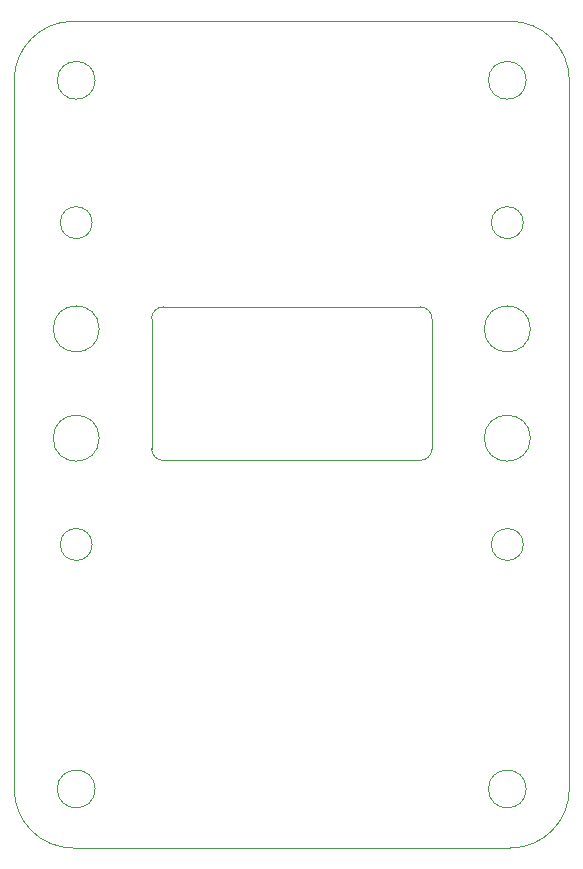
<source format=gbr>
%TF.GenerationSoftware,KiCad,Pcbnew,5.1.10*%
%TF.CreationDate,2021-05-04T12:35:39+02:00*%
%TF.ProjectId,Generic_Oven,47656e65-7269-4635-9f4f-76656e2e6b69,rev?*%
%TF.SameCoordinates,Original*%
%TF.FileFunction,Profile,NP*%
%FSLAX46Y46*%
G04 Gerber Fmt 4.6, Leading zero omitted, Abs format (unit mm)*
G04 Created by KiCad (PCBNEW 5.1.10) date 2021-05-04 12:35:39*
%MOMM*%
%LPD*%
G01*
G04 APERTURE LIST*
%TA.AperFunction,Profile*%
%ADD10C,0.050000*%
%TD*%
G04 APERTURE END LIST*
D10*
X19850000Y-30000000D02*
G75*
G03*
X19850000Y-30000000I-1600000J0D01*
G01*
X-16650000Y-30000000D02*
G75*
G03*
X-16650000Y-30000000I-1600000J0D01*
G01*
X19850000Y30000000D02*
G75*
G03*
X19850000Y30000000I-1600000J0D01*
G01*
X-10870000Y-2180000D02*
G75*
G02*
X-11870000Y-1180000I0J1000000D01*
G01*
X11870000Y-1180000D02*
G75*
G02*
X10870000Y-2180000I-1000000J0D01*
G01*
X10870000Y10820000D02*
G75*
G02*
X11870000Y9820000I0J-1000000D01*
G01*
X-11870000Y9820000D02*
G75*
G02*
X-10870000Y10820000I1000000J0D01*
G01*
X10870000Y-2180000D02*
X-10870000Y-2180000D01*
X11870000Y9820000D02*
X11870000Y-1180000D01*
X-10870000Y10820000D02*
X10870000Y10820000D01*
X-11870000Y-1180000D02*
X-11870000Y9820000D01*
X19600000Y-9300000D02*
G75*
G03*
X19600000Y-9300000I-1350000J0D01*
G01*
X19600000Y17950000D02*
G75*
G03*
X19600000Y17950000I-1350000J0D01*
G01*
X-16900000Y-9300000D02*
G75*
G03*
X-16900000Y-9300000I-1350000J0D01*
G01*
X-16900000Y17950000D02*
G75*
G03*
X-16900000Y17950000I-1350000J0D01*
G01*
X-16300000Y8950000D02*
G75*
G03*
X-16300000Y8950000I-1950000J0D01*
G01*
X-16300000Y-300000D02*
G75*
G03*
X-16300000Y-300000I-1950000J0D01*
G01*
X20200000Y-300000D02*
G75*
G03*
X20200000Y-300000I-1950000J0D01*
G01*
X20200000Y8950000D02*
G75*
G03*
X20200000Y8950000I-1950000J0D01*
G01*
X-16650000Y30000000D02*
G75*
G03*
X-16650000Y30000000I-1600000J0D01*
G01*
X23500000Y-30000000D02*
G75*
G02*
X18500000Y-35000000I-5000000J0D01*
G01*
X-18500000Y-35000000D02*
G75*
G02*
X-23500000Y-30000000I0J5000000D01*
G01*
X-23500000Y30000000D02*
G75*
G02*
X-18500000Y35000000I5000000J0D01*
G01*
X18500000Y35000000D02*
G75*
G02*
X23500000Y30000000I0J-5000000D01*
G01*
X-23500000Y-30000000D02*
X-23500000Y30000000D01*
X-18500000Y-35000000D02*
X18500000Y-35000000D01*
X23500000Y-30000000D02*
X23500000Y30000000D01*
X-18500000Y35000000D02*
X18500000Y35000000D01*
M02*

</source>
